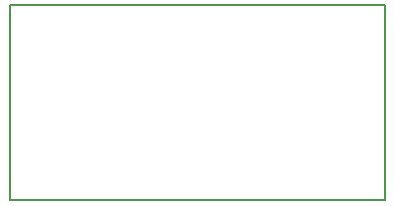
<source format=gm1>
G04 #@! TF.FileFunction,Profile,NP*
%FSLAX46Y46*%
G04 Gerber Fmt 4.6, Leading zero omitted, Abs format (unit mm)*
G04 Created by KiCad (PCBNEW 4.0.6) date Wednesday, December 20, 2017 'PMt' 01:59:56 PM*
%MOMM*%
%LPD*%
G01*
G04 APERTURE LIST*
%ADD10C,0.100000*%
%ADD11C,0.150000*%
G04 APERTURE END LIST*
D10*
D11*
X142875000Y-116205000D02*
X142875000Y-99695000D01*
X174625000Y-116205000D02*
X142875000Y-116205000D01*
X174625000Y-99695000D02*
X174625000Y-116205000D01*
X142875000Y-99695000D02*
X174625000Y-99695000D01*
M02*

</source>
